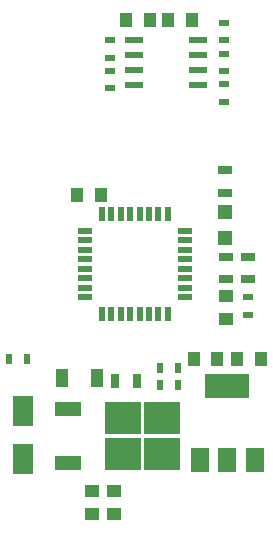
<source format=gtp>
G04 #@! TF.FileFunction,Paste,Top*
%FSLAX46Y46*%
G04 Gerber Fmt 4.6, Leading zero omitted, Abs format (unit mm)*
G04 Created by KiCad (PCBNEW 4.0.2+dfsg1-stable) date Wed 06 Sep 2017 09:14:37 PM CST*
%MOMM*%
G01*
G04 APERTURE LIST*
%ADD10C,0.100000*%
%ADD11R,1.200000X0.600000*%
%ADD12R,0.600000X1.200000*%
%ADD13R,1.000000X1.250000*%
%ADD14R,1.250000X1.000000*%
%ADD15R,1.000000X1.600000*%
%ADD16R,0.900000X0.500000*%
%ADD17R,0.700000X1.300000*%
%ADD18R,1.300000X0.700000*%
%ADD19R,2.200000X1.200000*%
%ADD20R,3.050000X2.750000*%
%ADD21R,3.800000X2.000000*%
%ADD22R,1.500000X2.000000*%
%ADD23R,1.550000X0.600000*%
%ADD24R,1.800000X2.500000*%
%ADD25R,1.200000X1.200000*%
%ADD26R,0.500000X0.900000*%
G04 APERTURE END LIST*
D10*
D11*
X116245000Y-108205500D03*
X116245000Y-107405500D03*
X116245000Y-106605500D03*
X116245000Y-105805500D03*
X116245000Y-105005500D03*
X116245000Y-104205500D03*
X116245000Y-103405500D03*
X116245000Y-102605500D03*
D12*
X114795000Y-101155500D03*
X113995000Y-101155500D03*
X113195000Y-101155500D03*
X112395000Y-101155500D03*
X111595000Y-101155500D03*
X110795000Y-101155500D03*
X109995000Y-101155500D03*
X109195000Y-101155500D03*
D11*
X107745000Y-102605500D03*
X107745000Y-103405500D03*
X107745000Y-104205500D03*
X107745000Y-105005500D03*
X107745000Y-105805500D03*
X107745000Y-106605500D03*
X107745000Y-107405500D03*
X107745000Y-108205500D03*
D12*
X109195000Y-109655500D03*
X109995000Y-109655500D03*
X110795000Y-109655500D03*
X111595000Y-109655500D03*
X112395000Y-109655500D03*
X113195000Y-109655500D03*
X113995000Y-109655500D03*
X114795000Y-109655500D03*
D13*
X114824000Y-84709000D03*
X116824000Y-84709000D03*
D14*
X119697500Y-110077000D03*
X119697500Y-108077000D03*
D15*
X105815000Y-115062000D03*
X108815000Y-115062000D03*
D14*
X110236000Y-124603000D03*
X110236000Y-126603000D03*
X108331000Y-124603000D03*
X108331000Y-126603000D03*
D13*
X120682000Y-113482500D03*
X122682000Y-113482500D03*
X118983000Y-113482500D03*
X116983000Y-113482500D03*
D16*
X121602500Y-108228000D03*
X121602500Y-109728000D03*
D17*
X110304500Y-115316000D03*
X112204500Y-115316000D03*
D18*
X121602500Y-106680000D03*
X121602500Y-104780000D03*
X119697500Y-104775000D03*
X119697500Y-106675000D03*
D16*
X119507000Y-91694000D03*
X119507000Y-90194000D03*
X109855000Y-86447500D03*
X109855000Y-87947500D03*
X119507000Y-89090500D03*
X119507000Y-87590500D03*
X109855000Y-89027000D03*
X109855000Y-90527000D03*
X119507000Y-86463000D03*
X119507000Y-84963000D03*
D19*
X106353500Y-117671500D03*
X106353500Y-122231500D03*
D20*
X114328500Y-121476500D03*
X110978500Y-118426500D03*
X114328500Y-118426500D03*
X110978500Y-121476500D03*
D21*
X119840500Y-115730000D03*
D22*
X119840500Y-122030000D03*
X122140500Y-122030000D03*
X117540500Y-122030000D03*
D23*
X111917500Y-86423500D03*
X111917500Y-87693500D03*
X111917500Y-88963500D03*
X111917500Y-90233500D03*
X117317500Y-90233500D03*
X117317500Y-88963500D03*
X117317500Y-87693500D03*
X117317500Y-86423500D03*
D24*
X102552500Y-117888000D03*
X102552500Y-121888000D03*
D18*
X119634000Y-99364800D03*
X119634000Y-97464800D03*
D25*
X119634000Y-103182600D03*
X119634000Y-100982600D03*
D13*
X107140500Y-99568000D03*
X109140500Y-99568000D03*
D26*
X114121500Y-115633500D03*
X115621500Y-115633500D03*
X115621500Y-114173000D03*
X114121500Y-114173000D03*
X101383400Y-113487200D03*
X102883400Y-113487200D03*
D13*
X111268000Y-84709000D03*
X113268000Y-84709000D03*
M02*

</source>
